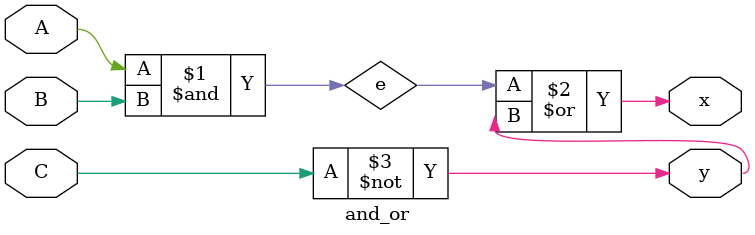
<source format=v>

module and_or(A, B, C, x, y);
  // ports
  input A, B, C;
  output x, y;

  // internal signals
  wire e;

  // submodules
  and g1(e, A, B);
  not g2(y, C);
  or g3(x, e, y);
endmodule

</source>
